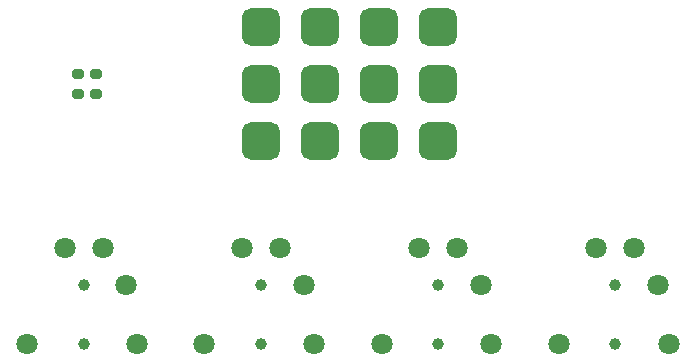
<source format=gbr>
%TF.GenerationSoftware,KiCad,Pcbnew,7.0.6-7.0.6~ubuntu22.04.1*%
%TF.CreationDate,2023-08-06T19:07:11+12:00*%
%TF.ProjectId,AUX_SWITCH,4155585f-5357-4495-9443-482e6b696361,v1.0*%
%TF.SameCoordinates,Original*%
%TF.FileFunction,Soldermask,Top*%
%TF.FilePolarity,Negative*%
%FSLAX46Y46*%
G04 Gerber Fmt 4.6, Leading zero omitted, Abs format (unit mm)*
G04 Created by KiCad (PCBNEW 7.0.6-7.0.6~ubuntu22.04.1) date 2023-08-06 19:07:11*
%MOMM*%
%LPD*%
G01*
G04 APERTURE LIST*
G04 Aperture macros list*
%AMRoundRect*
0 Rectangle with rounded corners*
0 $1 Rounding radius*
0 $2 $3 $4 $5 $6 $7 $8 $9 X,Y pos of 4 corners*
0 Add a 4 corners polygon primitive as box body*
4,1,4,$2,$3,$4,$5,$6,$7,$8,$9,$2,$3,0*
0 Add four circle primitives for the rounded corners*
1,1,$1+$1,$2,$3*
1,1,$1+$1,$4,$5*
1,1,$1+$1,$6,$7*
1,1,$1+$1,$8,$9*
0 Add four rect primitives between the rounded corners*
20,1,$1+$1,$2,$3,$4,$5,0*
20,1,$1+$1,$4,$5,$6,$7,0*
20,1,$1+$1,$6,$7,$8,$9,0*
20,1,$1+$1,$8,$9,$2,$3,0*%
G04 Aperture macros list end*
%ADD10C,1.000000*%
%ADD11C,1.800000*%
%ADD12RoundRect,0.200000X-0.275000X0.200000X-0.275000X-0.200000X0.275000X-0.200000X0.275000X0.200000X0*%
%ADD13RoundRect,0.800000X0.800000X-0.800000X0.800000X0.800000X-0.800000X0.800000X-0.800000X-0.800000X0*%
%ADD14RoundRect,0.200000X0.275000X-0.200000X0.275000X0.200000X-0.275000X0.200000X-0.275000X-0.200000X0*%
G04 APERTURE END LIST*
D10*
%TO.C,J4*%
X162500000Y-115000000D03*
X162500000Y-110000000D03*
D11*
X157700000Y-115000000D03*
X166100000Y-110000000D03*
X160900000Y-106900000D03*
X167000000Y-115000000D03*
X164100000Y-106900000D03*
%TD*%
D10*
%TO.C,J6*%
X147500000Y-115000000D03*
X147500000Y-110000000D03*
D11*
X142700000Y-115000000D03*
X151100000Y-110000000D03*
X145900000Y-106900000D03*
X152000000Y-115000000D03*
X149100000Y-106900000D03*
%TD*%
D12*
%TO.C,R1*%
X147000000Y-92175000D03*
X147000000Y-93825000D03*
%TD*%
D13*
%TO.C,J1*%
X162500000Y-93000000D03*
X167500000Y-93000000D03*
X172500000Y-93000000D03*
X177500000Y-93000000D03*
%TD*%
D14*
%TO.C,R2*%
X148500000Y-93825000D03*
X148500000Y-92175000D03*
%TD*%
D10*
%TO.C,J7*%
X177500000Y-115000000D03*
X177500000Y-110000000D03*
D11*
X172700000Y-115000000D03*
X181100000Y-110000000D03*
X175900000Y-106900000D03*
X182000000Y-115000000D03*
X179100000Y-106900000D03*
%TD*%
D10*
%TO.C,J5*%
X192500000Y-115000000D03*
X192500000Y-110000000D03*
D11*
X187700000Y-115000000D03*
X196100000Y-110000000D03*
X190900000Y-106900000D03*
X197000000Y-115000000D03*
X194100000Y-106900000D03*
%TD*%
D13*
%TO.C,J3*%
X162500000Y-88200000D03*
X167500000Y-88200000D03*
X172500000Y-88200000D03*
X177500000Y-88200000D03*
%TD*%
%TO.C,J2*%
X162500000Y-97800000D03*
X167500000Y-97800000D03*
X172500000Y-97800000D03*
X177500000Y-97800000D03*
%TD*%
M02*

</source>
